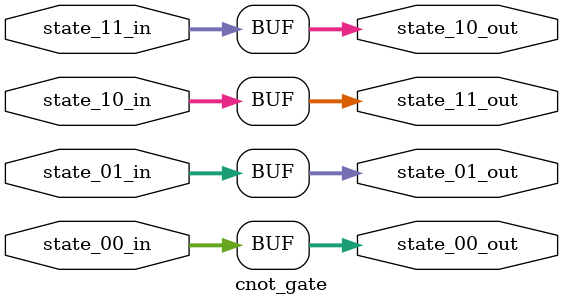
<source format=v>
/*******************************************************************************
* Module:  cnot_gate
* Description:  CNOT (Controlled-NOT) quantum gate for 2-qubit system
* 
* Matrix:  CNOT = [1 0 0 0]
*                [0 1 0 0]
*                [0 0 0 1]
*                [0 0 1 0]
*
* For Bell state creation after H gate:
*   Input:   |ψ⟩ = (|0⟩ + |1⟩)/√2 ⊗ |0⟩ = (|00⟩ + |10⟩)/√2
*   Output: |ψ'⟩ = (|00⟩ + |11⟩)/√2  [Bell state Φ+]
*
* State encoding:
*   |00⟩ → state_00
*   |01⟩ → state_01
*   |10⟩ → state_10
*   |11⟩ → state_11
*******************************************************************************/

module cnot_gate (
    // Input state amplitudes (Q16.16)
    input  wire signed [31:0] state_00_in,
    input  wire signed [31:0] state_01_in,
    input  wire signed [31:0] state_10_in,
    input  wire signed [31:0] state_11_in,
    
    // Output state amplitudes (Q16.16)
    output wire signed [31:0] state_00_out,
    output wire signed [31:0] state_01_out,
    output wire signed [31:0] state_10_out,
    output wire signed [31:0] state_11_out
);

    // CNOT transformation: 
    // |00⟩ → |00⟩  (control=0, target unchanged)
    // |01⟩ → |01⟩  (control=0, target unchanged)
    // |10⟩ → |11⟩  (control=1, flip target)
    // |11⟩ → |10⟩  (control=1, flip target)
    
    assign state_00_out = state_00_in;  // |00⟩ stays
    assign state_01_out = state_01_in;  // |01⟩ stays
    assign state_10_out = state_11_in;  // |10⟩ ↔ |11⟩ swap
    assign state_11_out = state_10_in;  // |11⟩ ↔ |10⟩ swap

endmodule
</source>
